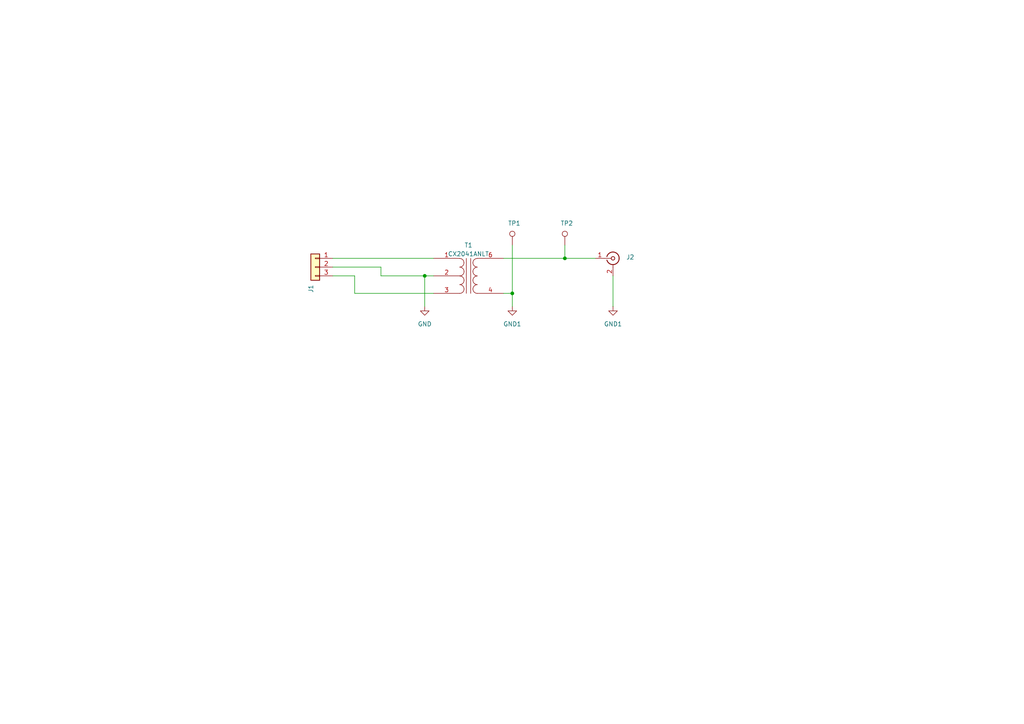
<source format=kicad_sch>
(kicad_sch (version 20250114) (generator "eeschema") (generator_version "9.0")
  (paper "A4")
  (lib_symbols
    (symbol "Connector:Conn_Coaxial" (pin_names (offset 1.016) (hide yes))
      (property "Reference" "J" (at 0.254 3.048 0))
      (property "Value" "Conn_Coaxial" (at 2.921 0 90))
      (symbol "Conn_Coaxial_0_1"
        (polyline (pts (xy -2.54 0) (xy -0.508 0)))
        (arc (start 1.778 0) (mid 0.222 -1.8079) (end -1.778 -0.508) (stroke (width 0.254)))
        (arc (start -1.778 0.508) (mid 0.2221 1.8084) (end 1.778 0) (stroke (width 0.254)))
        (circle (center 0 0) (radius 0.508) (stroke (width 0.2032)))
        (polyline (pts (xy 0 -2.54) (xy 0 -1.778)))
      )
      (symbol "Conn_Coaxial_1_1"
        (pin passive line (at -5.08 0 0) (length 2.54) (name "In") (number "1"))
        (pin passive line (at 0 -5.08 90) (length 2.54) (name "Ext") (number "2"))
      )
    )
    (symbol "Connector:TestPoint" (pin_numbers (hide yes)) (pin_names (offset 0.762) (hide yes))
      (property "Reference" "TP" (at 0 6.858 0))
      (property "Value" "TestPoint" (at 0 5.08 0))
      (symbol "TestPoint_0_1"
        (circle (center 0 3.302) (radius 0.762))
      )
      (symbol "TestPoint_1_1"
        (pin passive line (at 0 0 90) (length 2.54) (name "1") (number "1"))
      )
    )
    (symbol "Connector_Generic:Conn_01x03" (pin_names (offset 1.016) (hide yes))
      (property "Reference" "J" (at 0 5.08 0))
      (property "Value" "Conn_01x03" (at 0 -5.08 0))
      (symbol "Conn_01x03_1_1"
        (rectangle (start -1.27 3.81) (end 1.27 -3.81) (stroke (width 0.254)) (fill (type background)))
        (rectangle (start -1.27 2.667) (end 0 2.413) (stroke (width 0.1524)))
        (rectangle (start -1.27 0.127) (end 0 -0.127) (stroke (width 0.1524)))
        (rectangle (start -1.27 -2.413) (end 0 -2.667) (stroke (width 0.1524)))
        (pin passive line (at -5.08 2.54 0) (length 3.81) (name "Pin_1") (number "1"))
        (pin passive line (at -5.08 0 0) (length 3.81) (name "Pin_2") (number "2"))
        (pin passive line (at -5.08 -2.54 0) (length 3.81) (name "Pin_3") (number "3"))
      )
    )
    (symbol "pd_symbols:CX2041ANLT" (pin_names (offset 1.016) (hide yes))
      (property "Reference" "T" (at 0 -6.35 0))
      (property "Value" "CX2041ANLT" (at 0 7.62 0))
      (symbol "CX2041ANLT_0_1"
        (arc (start -2.5654 5.0546) (mid -1.6855 4.6899) (end -1.3208 3.81))
        (arc (start -1.3208 3.81) (mid -1.6709 2.9083) (end -2.5654 2.54))
        (arc (start -2.54 2.5146) (mid -1.6599 2.1501) (end -1.2954 1.27))
        (arc (start -2.54 -0.0254) (mid -1.6599 -0.3899) (end -1.2954 -1.27))
        (arc (start -2.54 -2.5654) (mid -1.6599 -2.9299) (end -1.2954 -3.81))
        (arc (start -1.2954 1.27) (mid -1.6458 0.3685) (end -2.54 0))
        (arc (start -1.2954 -1.27) (mid -1.6458 -2.1715) (end -2.54 -2.54))
        (arc (start -1.2954 -3.81) (mid -1.6458 -4.7115) (end -2.54 -5.08))
        (polyline (pts (xy -0.635 5.08) (xy -0.635 -5.08)))
        (polyline (pts (xy 0.635 -5.08) (xy 0.635 5.08)))
        (arc (start 2.54 2.54) (mid 1.642 2.912) (end 1.27 3.81))
        (arc (start 2.54 0) (mid 1.642 0.372) (end 1.27 1.27))
        (arc (start 2.54 -2.54) (mid 1.642 -2.168) (end 1.27 -1.27))
        (arc (start 2.54 -5.08) (mid 1.642 -4.708) (end 1.27 -3.81))
        (arc (start 1.27 3.81) (mid 1.656 4.6864) (end 2.54 5.0546))
        (arc (start 1.27 1.27) (mid 1.656 2.1464) (end 2.54 2.5146))
        (arc (start 1.27 -1.27) (mid 1.656 -0.3936) (end 2.54 -0.0254))
        (arc (start 1.27 -3.81) (mid 1.656 -2.9336) (end 2.54 -2.5654))
      )
      (symbol "CX2041ANLT_1_1"
        (pin passive line (at -10.16 5.08 0) (length 7.62) (name "SA") (number "1"))
        (pin passive line (at -10.16 0 0) (length 7.62) (name "SC") (number "2"))
        (pin passive line (at -10.16 -5.08 0) (length 7.62) (name "SB") (number "3"))
        (pin passive line (at 10.16 5.08 180) (length 7.62) (name "AB") (number "6"))
        (pin passive line (at 10.16 -5.08 180) (length 7.62) (name "AA") (number "4"))
      )
    )
    (symbol "power:GND" (power) (pin_numbers (hide yes)) (pin_names (offset 0) (hide yes))
      (property "Value" "GND" (at 0 -3.81 0))
      (symbol "GND_0_1"
        (polyline (pts (xy 0 0) (xy 0 -1.27) (xy 1.27 -1.27) (xy 0 -2.54) (xy -1.27 -1.27) (xy 0 -1.27)))
      )
      (symbol "GND_1_1"
        (pin power_in line (at 0 0 270) (length 0) (name "~") (number "1"))
      )
    )
    (symbol "power:GND1" (power) (pin_numbers (hide yes)) (pin_names (offset 0) (hide yes))
      (property "Value" "GND1" (at 0 -3.81 0))
      (symbol "GND1_0_1"
        (polyline (pts (xy 0 0) (xy 0 -1.27) (xy 1.27 -1.27) (xy 0 -2.54) (xy -1.27 -1.27) (xy 0 -1.27)))
      )
      (symbol "GND1_1_1"
        (pin power_in line (at 0 0 270) (length 0) (name "~") (number "1"))
      )
    )
  )
  (junction (at 123.19 80.01))
  (junction (at 163.83 74.93))
  (junction (at 148.59 85.09))
  (wire (pts (xy 177.8 80.01) (xy 177.8 88.9)))
  (wire (pts (xy 102.87 80.01) (xy 96.52 80.01)))
  (wire (pts (xy 102.87 85.09) (xy 102.87 80.01)))
  (wire (pts (xy 146.05 85.09) (xy 148.59 85.09)))
  (wire (pts (xy 96.52 77.47) (xy 110.49 77.47)))
  (wire (pts (xy 110.49 77.47) (xy 110.49 80.01)))
  (wire (pts (xy 146.05 74.93) (xy 163.83 74.93)))
  (wire (pts (xy 123.19 80.01) (xy 123.19 88.9)))
  (wire (pts (xy 96.52 74.93) (xy 125.73 74.93)))
  (wire (pts (xy 163.83 71.12) (xy 163.83 74.93)))
  (wire (pts (xy 163.83 74.93) (xy 172.72 74.93)))
  (wire (pts (xy 110.49 80.01) (xy 123.19 80.01)))
  (wire (pts (xy 125.73 80.01) (xy 123.19 80.01)))
  (wire (pts (xy 125.73 85.09) (xy 102.87 85.09)))
  (wire (pts (xy 148.59 85.09) (xy 148.59 88.9)))
  (wire (pts (xy 148.59 71.12) (xy 148.59 85.09)))
  (symbol (lib_id "Connector:TestPoint") (at 163.83 71.12 0) (unit 1) (in_bom no)
    (property "Reference" "TP2" (at 162.56 64.77 0) (effects (justify left)))
    (property "Value" "TestPoint" (effects (hide yes)))
    (property "Footprint" "pd_footprints:TestPoint_THTPad_D1.8mm_Drill1.2mm" (effects (hide yes)))
    (property "Description" "test point" (effects (hide yes)))
  )
  (symbol (lib_id "Connector:TestPoint") (at 148.59 71.12 0) (unit 1) (in_bom no)
    (property "Reference" "TP1" (at 147.32 64.77 0) (effects (justify left)))
    (property "Value" "TestPoint" (effects (hide yes)))
    (property "Footprint" "pd_footprints:TestPoint_THTPad_D1.8mm_Drill1.2mm" (effects (hide yes)))
    (property "Description" "test point" (effects (hide yes)))
  )
  (symbol (lib_id "power:GND") (at 123.19 88.9 0) (unit 1)
    (property "Reference" "#PWR01" (effects (hide yes)))
    (property "Value" "GND" (at 123.19 93.98 0))
    (property "Description" "Power symbol creates a global label with name \"GND\" , ground" (effects (hide yes)))
  )
  (symbol (lib_id "Connector:Conn_Coaxial") (at 177.8 74.93 0) (unit 1)
    (property "Reference" "J2" (at 181.61 74.5882 0) (effects (justify left)))
    (property "Value" "Conn_Coaxial" (effects (hide yes)))
    (property "Footprint" "pd_footprints:BNC_Molex_0731000105_Horizontal" (effects (hide yes)))
    (property "Description" "coaxial connector (BNC, SMA, SMB, SMC, Cinch/RCA, LEMO, ...)" (effects (hide yes)))
  )
  (symbol (lib_id "power:GND1") (at 148.59 88.9 0) (unit 1)
    (property "Reference" "#PWR02" (effects (hide yes)))
    (property "Value" "GND1" (at 148.59 93.98 0))
    (property "Description" "Power symbol creates a global label with name \"GND1\" , ground" (effects (hide yes)))
  )
  (symbol (lib_id "power:GND1") (at 177.8 88.9 0) (unit 1)
    (property "Reference" "#PWR03" (effects (hide yes)))
    (property "Value" "GND1" (at 177.8 93.98 0))
    (property "Description" "Power symbol creates a global label with name \"GND1\" , ground" (effects (hide yes)))
  )
  (symbol (lib_id "Connector_Generic:Conn_01x03") (at 91.44 77.47 0) (mirror y) (unit 1)
    (property "Reference" "J1" (at 90.1699 82.55 90) (effects (justify right)))
    (property "Value" "Conn_01x03" (effects (hide yes)))
    (property "Footprint" "Connector_PinHeader_2.54mm:PinHeader_1x03_P2.54mm_Vertical" (effects (hide yes)))
    (property "Description" "Generic connector, single row, 01x03, script generated (kicad-library-utils/schlib/autogen/connector/)" (effects (hide yes)))
  )
  (symbol (lib_id "pd_symbols:CX2041ANLT") (at 135.89 80.01 0) (unit 1)
    (property "Reference" "T1" (at 135.8773 71.12 0))
    (property "Value" "CX2041ANLT" (at 135.8773 73.66 0))
    (property "Footprint" "pd_footprints:CX2041ANLT" (effects (hide yes)))
    (property "Datasheet" "https://media.digikey.com/pdf/Data%20Sheets/Pulse%20PDFs/CX2041ANL.pdf" (effects (hide yes)))
  )
)
</source>
